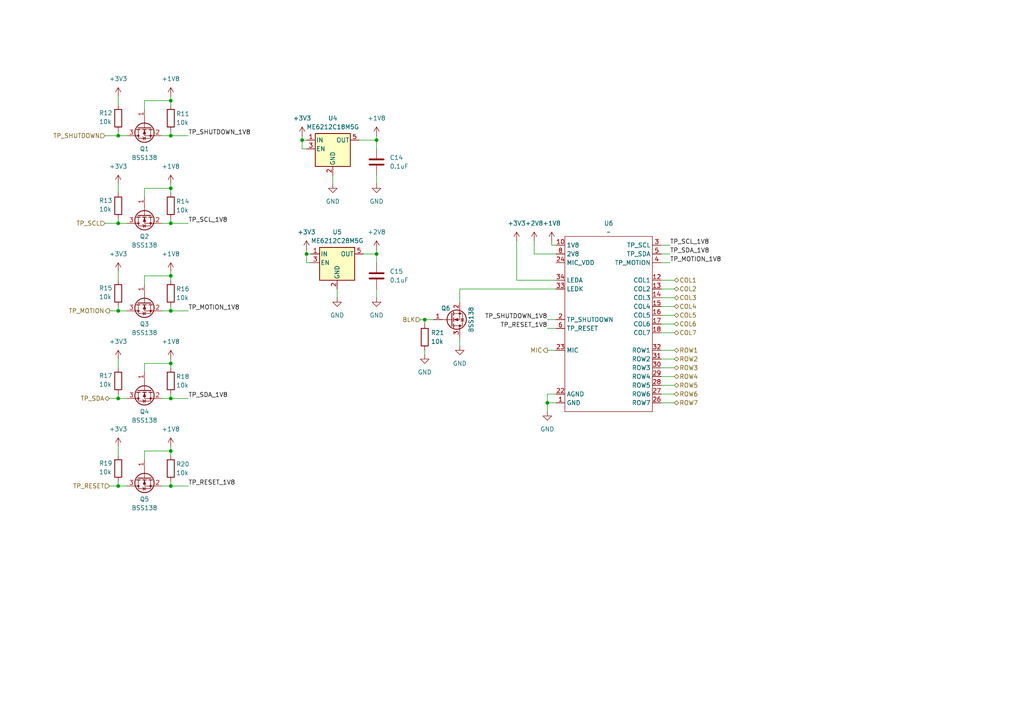
<source format=kicad_sch>
(kicad_sch (version 20231120) (generator "eeschema") (generator_version "8.0")
  (paper "A4")
  (lib_symbols
    (symbol "Device:C" (pin_numbers hide) (pin_names (offset 0.254))
      (property "Reference" "C" (at 0.635 2.54 0))
      (property "Value" "C" (at 0.635 -2.54 0))
      (symbol "C_0_1"
        (polyline (pts (xy -2.032 -0.762) (xy 2.032 -0.762)) (stroke (width 0.508)))
        (polyline (pts (xy -2.032 0.762) (xy 2.032 0.762)) (stroke (width 0.508)))
      )
      (symbol "C_1_1"
        (pin passive line (at 0 3.81 270) (length 2.794) (name "~") (number "1"))
        (pin passive line (at 0 -3.81 90) (length 2.794) (name "~") (number "2"))
      )
    )
    (symbol "Device:R" (pin_numbers hide) (pin_names (offset 0))
      (property "Reference" "R" (at 2.032 0 90))
      (property "Value" "R" (at 0 0 90))
      (symbol "R_0_1"
        (rectangle (start -1.016 -2.54) (end 1.016 2.54) (stroke (width 0.254)))
      )
      (symbol "R_1_1"
        (pin passive line (at 0 3.81 270) (length 1.27) (name "~") (number "1"))
        (pin passive line (at 0 -3.81 90) (length 1.27) (name "~") (number "2"))
      )
    )
    (symbol "New_Library:my_BBQ20KBD"
      (property "Reference" "U" (at 0 1.778 0))
      (symbol "my_BBQ20KBD_0_1"
        (rectangle (start -12.7 0) (end 12.7 -50.8))
      )
      (symbol "my_BBQ20KBD_1_1"
        (pin power_in line (at -15.24 -48.26 0) (length 2.54) (name "GND") (number "1"))
        (pin power_in line (at -15.24 -2.54 0) (length 2.54) (name "1V8") (number "10"))
        (pin power_in line (at -15.24 -48.26 0) (length 2.54) hide (name "GND") (number "11"))
        (pin input line (at 15.24 -12.7 180) (length 2.54) (name "COL1") (number "12"))
        (pin input line (at 15.24 -15.24 180) (length 2.54) (name "COL2") (number "13"))
        (pin input line (at 15.24 -17.78 180) (length 2.54) (name "COL3") (number "14"))
        (pin input line (at 15.24 -20.32 180) (length 2.54) (name "COL4") (number "15"))
        (pin input line (at 15.24 -22.86 180) (length 2.54) (name "COL5") (number "16"))
        (pin input line (at 15.24 -25.4 180) (length 2.54) (name "COL6") (number "17"))
        (pin input line (at 15.24 -27.94 180) (length 2.54) (name "COL7") (number "18"))
        (pin power_in line (at -15.24 -48.26 0) (length 2.54) hide (name "GND") (number "19"))
        (pin input line (at -15.24 -24.13 0) (length 2.54) (name "TP_SHUTDOWN") (number "2"))
        (pin power_in line (at -15.24 -48.26 0) (length 2.54) hide (name "GND") (number "20"))
        (pin power_in line (at -15.24 -48.26 0) (length 2.54) hide (name "GND") (number "21"))
        (pin power_in line (at -15.24 -45.72 0) (length 2.54) (name "AGND") (number "22"))
        (pin output line (at -15.24 -33.02 0) (length 2.54) (name "MIC") (number "23"))
        (pin input line (at -15.24 -7.62 0) (length 2.54) (name "MIC_VDD") (number "24"))
        (pin passive line (at -15.24 -48.26 0) (length 2.54) hide (name "GND") (number "25"))
        (pin input line (at 15.24 -48.26 180) (length 2.54) (name "ROW7") (number "26"))
        (pin input line (at 15.24 -45.72 180) (length 2.54) (name "ROW6") (number "27"))
        (pin input line (at 15.24 -43.18 180) (length 2.54) (name "ROW5") (number "28"))
        (pin input line (at 15.24 -40.64 180) (length 2.54) (name "ROW4") (number "29"))
        (pin input line (at 15.24 -2.54 180) (length 2.54) (name "TP_SCL") (number "3"))
        (pin input line (at 15.24 -38.1 180) (length 2.54) (name "ROW3") (number "30"))
        (pin input line (at 15.24 -35.56 180) (length 2.54) (name "ROW2") (number "31"))
        (pin input line (at 15.24 -33.02 180) (length 2.54) (name "ROW1") (number "32"))
        (pin input line (at -15.24 -15.24 0) (length 2.54) (name "LEDK") (number "33"))
        (pin power_in line (at -15.24 -12.7 0) (length 2.54) (name "LEDA") (number "34"))
        (pin passive line (at -15.24 -15.24 0) (length 2.54) hide (name "LEDK") (number "35"))
        (pin passive line (at -15.24 -12.7 0) (length 2.54) hide (name "LEDA") (number "36"))
        (pin passive line (at -15.24 -15.24 0) (length 2.54) hide (name "LEDK") (number "37"))
        (pin output line (at 15.24 -7.62 180) (length 2.54) (name "TP_MOTION") (number "4"))
        (pin passive line (at -15.24 -48.26 0) (length 2.54) hide (name "GND") (number "40"))
        (pin bidirectional line (at 15.24 -5.08 180) (length 2.54) (name "TP_SDA") (number "5"))
        (pin input line (at -15.24 -26.67 0) (length 2.54) (name "TP_RESET") (number "6"))
        (pin passive line (at -15.24 -48.26 0) (length 2.54) hide (name "GND") (number "7"))
        (pin power_in line (at -15.24 -5.08 0) (length 2.54) (name "2V8") (number "8"))
        (pin power_in line (at -15.24 -48.26 0) (length 2.54) hide (name "GND") (number "9"))
      )
    )
    (symbol "Regulator_Linear:TLV71209_SOT23-5" (pin_names (offset 0.254))
      (property "Reference" "U" (at -3.81 5.715 0))
      (property "Value" "TLV71209_SOT23-5" (at 0 5.715 0))
      (symbol "TLV71209_SOT23-5_0_1"
        (rectangle (start -5.08 4.445) (end 5.08 -5.08) (stroke (width 0.254)) (fill (type background)))
      )
      (symbol "TLV71209_SOT23-5_1_1"
        (pin power_in line (at -7.62 2.54 0) (length 2.54) (name "IN") (number "1"))
        (pin power_in line (at 0 -7.62 90) (length 2.54) (name "GND") (number "2"))
        (pin input line (at -7.62 0 0) (length 2.54) (name "EN") (number "3"))
        (pin no_connect line (at 5.08 0 180) (length 2.54) hide (name "NC") (number "4"))
        (pin power_out line (at 7.62 2.54 180) (length 2.54) (name "OUT") (number "5"))
      )
    )
    (symbol "Transistor_FET:BSS138" (pin_names hide)
      (property "Reference" "Q" (at 5.08 1.905 0))
      (property "Value" "BSS138" (at 5.08 0 0))
      (symbol "BSS138_0_1"
        (polyline (pts (xy 0.254 0) (xy -2.54 0)))
        (polyline (pts (xy 0.254 1.905) (xy 0.254 -1.905)) (stroke (width 0.254)))
        (polyline (pts (xy 0.762 -1.27) (xy 0.762 -2.286)) (stroke (width 0.254)))
        (polyline (pts (xy 0.762 0.508) (xy 0.762 -0.508)) (stroke (width 0.254)))
        (polyline (pts (xy 0.762 2.286) (xy 0.762 1.27)) (stroke (width 0.254)))
        (polyline (pts (xy 2.54 2.54) (xy 2.54 1.778)))
        (polyline (pts (xy 2.54 -2.54) (xy 2.54 0) (xy 0.762 0)))
        (polyline (pts (xy 0.762 -1.778) (xy 3.302 -1.778) (xy 3.302 1.778) (xy 0.762 1.778)))
        (polyline (pts (xy 1.016 0) (xy 2.032 0.381) (xy 2.032 -0.381) (xy 1.016 0)) (fill (type outline)))
        (polyline (pts (xy 2.794 0.508) (xy 2.921 0.381) (xy 3.683 0.381) (xy 3.81 0.254)))
        (polyline (pts (xy 3.302 0.381) (xy 2.921 -0.254) (xy 3.683 -0.254) (xy 3.302 0.381)))
        (circle (center 1.651 0) (radius 2.794) (stroke (width 0.254)))
        (circle (center 2.54 -1.778) (radius 0.254) (fill (type outline)))
        (circle (center 2.54 1.778) (radius 0.254) (fill (type outline)))
      )
      (symbol "BSS138_1_1"
        (pin input line (at -5.08 0 0) (length 2.54) (name "G") (number "1"))
        (pin passive line (at 2.54 -5.08 90) (length 2.54) (name "S") (number "2"))
        (pin passive line (at 2.54 5.08 270) (length 2.54) (name "D") (number "3"))
      )
    )
    (symbol "power:+1V8" (power) (pin_numbers hide) (pin_names (offset 0) hide)
      (property "Value" "+1V8" (at 0 3.556 0))
      (symbol "+1V8_0_1"
        (polyline (pts (xy -0.762 1.27) (xy 0 2.54)))
        (polyline (pts (xy 0 0) (xy 0 2.54)))
        (polyline (pts (xy 0 2.54) (xy 0.762 1.27)))
      )
      (symbol "+1V8_1_1"
        (pin power_in line (at 0 0 90) (length 0) (name "~") (number "1"))
      )
    )
    (symbol "power:+2V8" (power) (pin_numbers hide) (pin_names (offset 0) hide)
      (property "Value" "+2V8" (at 0 3.556 0))
      (symbol "+2V8_0_1"
        (polyline (pts (xy -0.762 1.27) (xy 0 2.54)))
        (polyline (pts (xy 0 0) (xy 0 2.54)))
        (polyline (pts (xy 0 2.54) (xy 0.762 1.27)))
      )
      (symbol "+2V8_1_1"
        (pin power_in line (at 0 0 90) (length 0) (name "~") (number "1"))
      )
    )
    (symbol "power:+3V3" (power) (pin_numbers hide) (pin_names (offset 0) hide)
      (property "Value" "+3V3" (at 0 3.556 0))
      (symbol "+3V3_0_1"
        (polyline (pts (xy -0.762 1.27) (xy 0 2.54)))
        (polyline (pts (xy 0 0) (xy 0 2.54)))
        (polyline (pts (xy 0 2.54) (xy 0.762 1.27)))
      )
      (symbol "+3V3_1_1"
        (pin power_in line (at 0 0 90) (length 0) (name "~") (number "1"))
      )
    )
    (symbol "power:GND" (power) (pin_numbers hide) (pin_names (offset 0) hide)
      (property "Value" "GND" (at 0 -3.81 0))
      (symbol "GND_0_1"
        (polyline (pts (xy 0 0) (xy 0 -1.27) (xy 1.27 -1.27) (xy 0 -2.54) (xy -1.27 -1.27) (xy 0 -1.27)))
      )
      (symbol "GND_1_1"
        (pin power_in line (at 0 0 270) (length 0) (name "~") (number "1"))
      )
    )
  )
  (junction (at 88.9 73.66))
  (junction (at 49.53 80.01))
  (junction (at 49.53 105.41))
  (junction (at 49.53 54.61))
  (junction (at 34.29 39.37))
  (junction (at 158.75 116.84))
  (junction (at 49.53 115.57))
  (junction (at 34.29 140.97))
  (junction (at 49.53 140.97))
  (junction (at 109.22 40.64))
  (junction (at 49.53 130.81))
  (junction (at 49.53 64.77))
  (junction (at 49.53 39.37))
  (junction (at 34.29 115.57))
  (junction (at 87.63 40.64))
  (junction (at 123.19 92.71))
  (junction (at 34.29 64.77))
  (junction (at 34.29 90.17))
  (junction (at 49.53 90.17))
  (junction (at 109.22 73.66))
  (junction (at 49.53 29.21))
  (wire (pts (xy 191.77 114.3) (xy 195.58 114.3)))
  (wire (pts (xy 109.22 72.39) (xy 109.22 73.66)))
  (wire (pts (xy 191.77 71.12) (xy 194.31 71.12)))
  (wire (pts (xy 88.9 73.66) (xy 90.17 73.66)))
  (wire (pts (xy 34.29 63.5) (xy 34.29 64.77)))
  (wire (pts (xy 161.29 114.3) (xy 158.75 114.3)))
  (wire (pts (xy 34.29 39.37) (xy 36.83 39.37)))
  (wire (pts (xy 49.53 90.17) (xy 49.53 88.9)))
  (wire (pts (xy 158.75 101.6) (xy 161.29 101.6)))
  (wire (pts (xy 34.29 104.14) (xy 34.29 106.68)))
  (wire (pts (xy 49.53 39.37) (xy 49.53 38.1)))
  (wire (pts (xy 46.99 115.57) (xy 49.53 115.57)))
  (wire (pts (xy 158.75 95.25) (xy 161.29 95.25)))
  (wire (pts (xy 49.53 39.37) (xy 54.61 39.37)))
  (wire (pts (xy 133.35 97.79) (xy 133.35 100.33)))
  (wire (pts (xy 41.91 130.81) (xy 49.53 130.81)))
  (wire (pts (xy 109.22 39.37) (xy 109.22 40.64)))
  (wire (pts (xy 49.53 90.17) (xy 54.61 90.17)))
  (wire (pts (xy 49.53 53.34) (xy 49.53 54.61)))
  (wire (pts (xy 34.29 53.34) (xy 34.29 55.88)))
  (wire (pts (xy 158.75 116.84) (xy 161.29 116.84)))
  (wire (pts (xy 149.86 81.28) (xy 149.86 69.85)))
  (wire (pts (xy 90.17 76.2) (xy 88.9 76.2)))
  (wire (pts (xy 41.91 133.35) (xy 41.91 130.81)))
  (wire (pts (xy 49.53 140.97) (xy 49.53 139.7)))
  (wire (pts (xy 49.53 115.57) (xy 49.53 114.3)))
  (wire (pts (xy 191.77 104.14) (xy 195.58 104.14)))
  (wire (pts (xy 41.91 107.95) (xy 41.91 105.41)))
  (wire (pts (xy 161.29 73.66) (xy 154.94 73.66)))
  (wire (pts (xy 34.29 115.57) (xy 36.83 115.57)))
  (wire (pts (xy 88.9 43.18) (xy 87.63 43.18)))
  (wire (pts (xy 34.29 64.77) (xy 36.83 64.77)))
  (wire (pts (xy 49.53 54.61) (xy 49.53 55.88)))
  (wire (pts (xy 49.53 130.81) (xy 49.53 132.08)))
  (wire (pts (xy 31.75 90.17) (xy 34.29 90.17)))
  (wire (pts (xy 49.53 64.77) (xy 49.53 63.5)))
  (wire (pts (xy 191.77 83.82) (xy 195.58 83.82)))
  (wire (pts (xy 49.53 104.14) (xy 49.53 105.41)))
  (wire (pts (xy 123.19 101.6) (xy 123.19 102.87)))
  (wire (pts (xy 41.91 57.15) (xy 41.91 54.61)))
  (wire (pts (xy 46.99 90.17) (xy 49.53 90.17)))
  (wire (pts (xy 34.29 140.97) (xy 36.83 140.97)))
  (wire (pts (xy 34.29 78.74) (xy 34.29 81.28)))
  (wire (pts (xy 191.77 116.84) (xy 195.58 116.84)))
  (wire (pts (xy 160.02 71.12) (xy 160.02 69.85)))
  (wire (pts (xy 158.75 116.84) (xy 158.75 119.38)))
  (wire (pts (xy 49.53 80.01) (xy 49.53 81.28)))
  (wire (pts (xy 97.79 83.82) (xy 97.79 86.36)))
  (wire (pts (xy 158.75 92.71) (xy 161.29 92.71)))
  (wire (pts (xy 191.77 111.76) (xy 195.58 111.76)))
  (wire (pts (xy 88.9 72.39) (xy 88.9 73.66)))
  (wire (pts (xy 158.75 114.3) (xy 158.75 116.84)))
  (wire (pts (xy 34.29 27.94) (xy 34.29 30.48)))
  (wire (pts (xy 109.22 83.82) (xy 109.22 86.36)))
  (wire (pts (xy 41.91 54.61) (xy 49.53 54.61)))
  (wire (pts (xy 34.29 88.9) (xy 34.29 90.17)))
  (wire (pts (xy 109.22 50.8) (xy 109.22 53.34)))
  (wire (pts (xy 30.48 39.37) (xy 34.29 39.37)))
  (wire (pts (xy 34.29 114.3) (xy 34.29 115.57)))
  (wire (pts (xy 191.77 73.66) (xy 194.31 73.66)))
  (wire (pts (xy 191.77 91.44) (xy 195.58 91.44)))
  (wire (pts (xy 41.91 105.41) (xy 49.53 105.41)))
  (wire (pts (xy 46.99 39.37) (xy 49.53 39.37)))
  (wire (pts (xy 49.53 140.97) (xy 54.61 140.97)))
  (wire (pts (xy 87.63 39.37) (xy 87.63 40.64)))
  (wire (pts (xy 109.22 73.66) (xy 109.22 76.2)))
  (wire (pts (xy 49.53 78.74) (xy 49.53 80.01)))
  (wire (pts (xy 161.29 81.28) (xy 149.86 81.28)))
  (wire (pts (xy 191.77 88.9) (xy 195.58 88.9)))
  (wire (pts (xy 133.35 83.82) (xy 133.35 87.63)))
  (wire (pts (xy 96.52 50.8) (xy 96.52 53.34)))
  (wire (pts (xy 191.77 76.2) (xy 194.31 76.2)))
  (wire (pts (xy 121.92 92.71) (xy 123.19 92.71)))
  (wire (pts (xy 34.29 90.17) (xy 36.83 90.17)))
  (wire (pts (xy 191.77 109.22) (xy 195.58 109.22)))
  (wire (pts (xy 191.77 81.28) (xy 195.58 81.28)))
  (wire (pts (xy 123.19 92.71) (xy 123.19 93.98)))
  (wire (pts (xy 30.48 64.77) (xy 34.29 64.77)))
  (wire (pts (xy 31.75 140.97) (xy 34.29 140.97)))
  (wire (pts (xy 161.29 71.12) (xy 160.02 71.12)))
  (wire (pts (xy 104.14 40.64) (xy 109.22 40.64)))
  (wire (pts (xy 49.53 29.21) (xy 49.53 30.48)))
  (wire (pts (xy 46.99 140.97) (xy 49.53 140.97)))
  (wire (pts (xy 49.53 105.41) (xy 49.53 106.68)))
  (wire (pts (xy 154.94 69.85) (xy 154.94 73.66)))
  (wire (pts (xy 34.29 38.1) (xy 34.29 39.37)))
  (wire (pts (xy 105.41 73.66) (xy 109.22 73.66)))
  (wire (pts (xy 41.91 82.55) (xy 41.91 80.01)))
  (wire (pts (xy 31.75 115.57) (xy 34.29 115.57)))
  (wire (pts (xy 49.53 27.94) (xy 49.53 29.21)))
  (wire (pts (xy 88.9 76.2) (xy 88.9 73.66)))
  (wire (pts (xy 41.91 29.21) (xy 49.53 29.21)))
  (wire (pts (xy 191.77 86.36) (xy 195.58 86.36)))
  (wire (pts (xy 191.77 101.6) (xy 195.58 101.6)))
  (wire (pts (xy 87.63 43.18) (xy 87.63 40.64)))
  (wire (pts (xy 49.53 64.77) (xy 54.61 64.77)))
  (wire (pts (xy 161.29 83.82) (xy 133.35 83.82)))
  (wire (pts (xy 41.91 31.75) (xy 41.91 29.21)))
  (wire (pts (xy 191.77 106.68) (xy 195.58 106.68)))
  (wire (pts (xy 34.29 129.54) (xy 34.29 132.08)))
  (wire (pts (xy 109.22 40.64) (xy 109.22 43.18)))
  (wire (pts (xy 49.53 129.54) (xy 49.53 130.81)))
  (wire (pts (xy 87.63 40.64) (xy 88.9 40.64)))
  (wire (pts (xy 34.29 139.7) (xy 34.29 140.97)))
  (wire (pts (xy 125.73 92.71) (xy 123.19 92.71)))
  (wire (pts (xy 49.53 115.57) (xy 54.61 115.57)))
  (wire (pts (xy 191.77 93.98) (xy 195.58 93.98)))
  (wire (pts (xy 41.91 80.01) (xy 49.53 80.01)))
  (wire (pts (xy 191.77 96.52) (xy 195.58 96.52)))
  (wire (pts (xy 46.99 64.77) (xy 49.53 64.77)))
  (label "TP_SCL_1V8" (at 54.61 64.77 0))
  (label "TP_SDA_1V8" (at 194.31 73.66 0))
  (label "TP_SDA_1V8" (at 54.61 115.57 0))
  (label "TP_MOTION_1V8" (at 54.61 90.17 0))
  (label "TP_RESET_1V8" (at 158.75 95.25 180))
  (label "TP_RESET_1V8" (at 54.61 140.97 0))
  (label "TP_SHUTDOWN_1V8" (at 158.75 92.71 180))
  (label "TP_SHUTDOWN_1V8" (at 54.61 39.37 0))
  (label "TP_MOTION_1V8" (at 194.31 76.2 0))
  (label "TP_SCL_1V8" (at 194.31 71.12 0))
  (hierarchical_label "BLK" (shape input) (at 121.92 92.71 180))
  (hierarchical_label "ROW3" (shape bidirectional) (at 195.58 106.68 0))
  (hierarchical_label "MIC" (shape output) (at 158.75 101.6 180))
  (hierarchical_label "ROW1" (shape bidirectional) (at 195.58 101.6 0))
  (hierarchical_label "TP_SDA" (shape bidirectional) (at 31.75 115.57 180))
  (hierarchical_label "COL4" (shape bidirectional) (at 195.58 88.9 0))
  (hierarchical_label "COL1" (shape bidirectional) (at 195.58 81.28 0))
  (hierarchical_label "ROW4" (shape bidirectional) (at 195.58 109.22 0))
  (hierarchical_label "COL2" (shape bidirectional) (at 195.58 83.82 0))
  (hierarchical_label "ROW7" (shape bidirectional) (at 195.58 116.84 0))
  (hierarchical_label "TP_RESET" (shape input) (at 31.75 140.97 180))
  (hierarchical_label "TP_MOTION" (shape output) (at 31.75 90.17 180))
  (hierarchical_label "COL3" (shape bidirectional) (at 195.58 86.36 0))
  (hierarchical_label "ROW2" (shape bidirectional) (at 195.58 104.14 0))
  (hierarchical_label "COL7" (shape bidirectional) (at 195.58 96.52 0))
  (hierarchical_label "TP_SHUTDOWN" (shape input) (at 30.48 39.37 180))
  (hierarchical_label "ROW5" (shape bidirectional) (at 195.58 111.76 0))
  (hierarchical_label "ROW6" (shape bidirectional) (at 195.58 114.3 0))
  (hierarchical_label "COL6" (shape bidirectional) (at 195.58 93.98 0))
  (hierarchical_label "COL5" (shape bidirectional) (at 195.58 91.44 0))
  (hierarchical_label "TP_SCL" (shape input) (at 30.48 64.77 180))
  (symbol (lib_id "power:GND") (at 97.79 86.36 0) (unit 1)
    (property "Reference" "#PWR036" (effects (hide yes)))
    (property "Value" "GND" (at 97.79 91.44 0))
    (property "Description" "Power symbol creates a global label with name \"GND\" , ground" (effects (hide yes)))
  )
  (symbol (lib_id "Device:R") (at 34.29 34.29 0) (unit 1)
    (property "Reference" "R12" (at 28.702 32.766 0) (effects (justify left)))
    (property "Value" "10k" (at 28.702 35.306 0) (effects (justify left)))
    (property "Description" "Resistor" (effects (hide yes)))
  )
  (symbol (lib_id "power:+1V8") (at 49.53 53.34 0) (unit 1)
    (property "Reference" "#PWR026" (effects (hide yes)))
    (property "Value" "+1V8" (at 49.53 48.26 0))
    (property "Description" "Power symbol creates a global label with name \"+1V8\"" (effects (hide yes)))
  )
  (symbol (lib_id "power:GND") (at 109.22 53.34 0) (unit 1)
    (property "Reference" "#PWR037" (effects (hide yes)))
    (property "Value" "GND" (at 109.22 58.42 0))
    (property "Description" "Power symbol creates a global label with name \"GND\" , ground" (effects (hide yes)))
  )
  (symbol (lib_id "power:+1V8") (at 49.53 78.74 0) (unit 1)
    (property "Reference" "#PWR028" (effects (hide yes)))
    (property "Value" "+1V8" (at 49.53 73.66 0))
    (property "Description" "Power symbol creates a global label with name \"+1V8\"" (effects (hide yes)))
  )
  (symbol (lib_id "power:+3V3") (at 34.29 104.14 0) (unit 1)
    (property "Reference" "#PWR029" (effects (hide yes)))
    (property "Value" "+3V3" (at 34.29 99.06 0))
    (property "Description" "Power symbol creates a global label with name \"+3V3\"" (effects (hide yes)))
  )
  (symbol (lib_id "power:+2V8") (at 154.94 69.85 0) (unit 1)
    (property "Reference" "#PWR042" (effects (hide yes)))
    (property "Value" "+2V8" (at 154.94 64.77 0))
    (property "Description" "Power symbol creates a global label with name \"+2V8\"" (effects (hide yes)))
  )
  (symbol (lib_id "Transistor_FET:BSS138") (at 41.91 113.03 90) (mirror x) (unit 1)
    (property "Reference" "Q4" (at 41.91 119.38 90))
    (property "Value" "BSS138" (at 41.91 121.92 90))
    (property "Footprint" "Package_TO_SOT_SMD:SOT-23" (effects (hide yes)))
    (property "Datasheet" "https://www.onsemi.com/pub/Collateral/BSS138-D.PDF" (effects (hide yes)))
    (property "Description" "50V Vds, 0.22A Id, N-Channel MOSFET, SOT-23" (effects (hide yes)))
  )
  (symbol (lib_id "New_Library:my_BBQ20KBD") (at 176.53 68.58 0) (unit 1)
    (property "Reference" "U6" (at 176.53 64.77 0))
    (property "Value" "~" (at 176.53 67.31 0))
  )
  (symbol (lib_id "Device:R") (at 123.19 97.79 0) (unit 1)
    (property "Reference" "R21" (at 124.968 96.52 0) (effects (justify left)))
    (property "Value" "10k" (at 124.968 99.06 0) (effects (justify left)))
    (property "Description" "Resistor" (effects (hide yes)))
  )
  (symbol (lib_id "Transistor_FET:BSS138") (at 41.91 138.43 90) (mirror x) (unit 1)
    (property "Reference" "Q5" (at 41.91 144.78 90))
    (property "Value" "BSS138" (at 41.91 147.32 90))
    (property "Footprint" "Package_TO_SOT_SMD:SOT-23" (effects (hide yes)))
    (property "Datasheet" "https://www.onsemi.com/pub/Collateral/BSS138-D.PDF" (effects (hide yes)))
    (property "Description" "50V Vds, 0.22A Id, N-Channel MOSFET, SOT-23" (effects (hide yes)))
  )
  (symbol (lib_id "Device:R") (at 49.53 135.89 0) (unit 1)
    (property "Reference" "R20" (at 51.054 134.62 0) (effects (justify left)))
    (property "Value" "10k" (at 51.054 137.16 0) (effects (justify left)))
    (property "Description" "Resistor" (effects (hide yes)))
  )
  (symbol (lib_id "power:+3V3") (at 34.29 53.34 0) (unit 1)
    (property "Reference" "#PWR025" (effects (hide yes)))
    (property "Value" "+3V3" (at 34.29 48.26 0))
    (property "Description" "Power symbol creates a global label with name \"+3V3\"" (effects (hide yes)))
  )
  (symbol (lib_id "power:+1V8") (at 49.53 27.94 0) (unit 1)
    (property "Reference" "#PWR024" (effects (hide yes)))
    (property "Value" "+1V8" (at 49.53 22.86 0))
    (property "Description" "Power symbol creates a global label with name \"+1V8\"" (effects (hide yes)))
  )
  (symbol (lib_id "Transistor_FET:BSS138") (at 41.91 36.83 90) (mirror x) (unit 1)
    (property "Reference" "Q1" (at 41.91 43.18 90))
    (property "Value" "BSS138" (at 41.91 45.72 90))
    (property "Footprint" "Package_TO_SOT_SMD:SOT-23" (effects (hide yes)))
    (property "Datasheet" "https://www.onsemi.com/pub/Collateral/BSS138-D.PDF" (effects (hide yes)))
    (property "Description" "50V Vds, 0.22A Id, N-Channel MOSFET, SOT-23" (effects (hide yes)))
  )
  (symbol (lib_id "Device:R") (at 34.29 135.89 0) (unit 1)
    (property "Reference" "R19" (at 28.702 134.366 0) (effects (justify left)))
    (property "Value" "10k" (at 28.702 136.906 0) (effects (justify left)))
    (property "Description" "Resistor" (effects (hide yes)))
  )
  (symbol (lib_id "Transistor_FET:BSS138") (at 130.81 92.71 0) (mirror x) (unit 1)
    (property "Reference" "Q6" (at 129.286 89.408 0))
    (property "Value" "BSS138" (at 136.652 92.71 90))
    (property "Footprint" "Package_TO_SOT_SMD:SOT-23" (effects (hide yes)))
    (property "Datasheet" "https://www.onsemi.com/pub/Collateral/BSS138-D.PDF" (effects (hide yes)))
    (property "Description" "50V Vds, 0.22A Id, N-Channel MOSFET, SOT-23" (effects (hide yes)))
  )
  (symbol (lib_id "power:+1V8") (at 49.53 129.54 0) (unit 1)
    (property "Reference" "#PWR032" (effects (hide yes)))
    (property "Value" "+1V8" (at 49.53 124.46 0))
    (property "Description" "Power symbol creates a global label with name \"+1V8\"" (effects (hide yes)))
  )
  (symbol (lib_id "power:GND") (at 123.19 102.87 0) (unit 1)
    (property "Reference" "#PWR046" (effects (hide yes)))
    (property "Value" "GND" (at 123.19 107.95 0))
    (property "Description" "Power symbol creates a global label with name \"GND\" , ground" (effects (hide yes)))
  )
  (symbol (lib_id "power:+3V3") (at 87.63 39.37 0) (unit 1)
    (property "Reference" "#PWR033" (effects (hide yes)))
    (property "Value" "+3V3" (at 87.63 34.29 0))
    (property "Description" "Power symbol creates a global label with name \"+3V3\"" (effects (hide yes)))
  )
  (symbol (lib_id "Device:R") (at 34.29 85.09 0) (unit 1)
    (property "Reference" "R15" (at 28.702 83.566 0) (effects (justify left)))
    (property "Value" "10k" (at 28.702 86.106 0) (effects (justify left)))
    (property "Description" "Resistor" (effects (hide yes)))
  )
  (symbol (lib_id "Device:R") (at 34.29 110.49 0) (unit 1)
    (property "Reference" "R17" (at 28.702 108.966 0) (effects (justify left)))
    (property "Value" "10k" (at 28.702 111.506 0) (effects (justify left)))
    (property "Description" "Resistor" (effects (hide yes)))
  )
  (symbol (lib_id "Device:R") (at 49.53 59.69 0) (unit 1)
    (property "Reference" "R14" (at 51.054 58.42 0) (effects (justify left)))
    (property "Value" "10k" (at 51.054 60.96 0) (effects (justify left)))
    (property "Description" "Resistor" (effects (hide yes)))
  )
  (symbol (lib_id "power:GND") (at 109.22 86.36 0) (unit 1)
    (property "Reference" "#PWR038" (effects (hide yes)))
    (property "Value" "GND" (at 109.22 91.44 0))
    (property "Description" "Power symbol creates a global label with name \"GND\" , ground" (effects (hide yes)))
  )
  (symbol (lib_id "power:GND") (at 133.35 100.33 0) (unit 1)
    (property "Reference" "#PWR045" (effects (hide yes)))
    (property "Value" "GND" (at 133.35 105.41 0))
    (property "Description" "Power symbol creates a global label with name \"GND\" , ground" (effects (hide yes)))
  )
  (symbol (lib_id "power:+1V8") (at 109.22 39.37 0) (unit 1)
    (property "Reference" "#PWR039" (effects (hide yes)))
    (property "Value" "+1V8" (at 109.22 34.29 0))
    (property "Description" "Power symbol creates a global label with name \"+1V8\"" (effects (hide yes)))
  )
  (symbol (lib_id "Device:R") (at 49.53 34.29 0) (unit 1)
    (property "Reference" "R11" (at 51.054 33.02 0) (effects (justify left)))
    (property "Value" "10k" (at 51.054 35.56 0) (effects (justify left)))
    (property "Description" "Resistor" (effects (hide yes)))
  )
  (symbol (lib_id "power:+1V8") (at 160.02 69.85 0) (unit 1)
    (property "Reference" "#PWR041" (effects (hide yes)))
    (property "Value" "+1V8" (at 160.02 64.77 0))
    (property "Description" "Power symbol creates a global label with name \"+1V8\"" (effects (hide yes)))
  )
  (symbol (lib_id "power:+3V3") (at 34.29 129.54 0) (unit 1)
    (property "Reference" "#PWR031" (effects (hide yes)))
    (property "Value" "+3V3" (at 34.29 124.46 0))
    (property "Description" "Power symbol creates a global label with name \"+3V3\"" (effects (hide yes)))
  )
  (symbol (lib_id "Device:R") (at 49.53 110.49 0) (unit 1)
    (property "Reference" "R18" (at 51.054 109.22 0) (effects (justify left)))
    (property "Value" "10k" (at 51.054 111.76 0) (effects (justify left)))
    (property "Description" "Resistor" (effects (hide yes)))
  )
  (symbol (lib_id "power:+1V8") (at 49.53 104.14 0) (unit 1)
    (property "Reference" "#PWR030" (effects (hide yes)))
    (property "Value" "+1V8" (at 49.53 99.06 0))
    (property "Description" "Power symbol creates a global label with name \"+1V8\"" (effects (hide yes)))
  )
  (symbol (lib_id "Device:C") (at 109.22 46.99 0) (unit 1)
    (property "Reference" "C14" (at 113.03 45.7199 0) (effects (justify left)))
    (property "Value" "0.1uF" (at 113.03 48.2599 0) (effects (justify left)))
    (property "Description" "Unpolarized capacitor" (effects (hide yes)))
  )
  (symbol (lib_id "Regulator_Linear:TLV71209_SOT23-5") (at 97.79 76.2 0) (unit 1)
    (property "Reference" "U5" (at 97.79 67.31 0))
    (property "Value" "ME6212C28M5G" (at 97.79 69.85 0))
    (property "Footprint" "Package_TO_SOT_SMD:SOT-23-5" (effects (hide yes)))
    (property "Datasheet" "http://www.ti.com/lit/ds/symlink/tlv712.pdf" (effects (hide yes)))
    (property "Description" "300mA Low Dropout Voltage Regulator, Fixed Output 0.9V, SOT-23-5" (effects (hide yes)))
  )
  (symbol (lib_id "power:+3V3") (at 34.29 27.94 0) (unit 1)
    (property "Reference" "#PWR023" (effects (hide yes)))
    (property "Value" "+3V3" (at 34.29 22.86 0))
    (property "Description" "Power symbol creates a global label with name \"+3V3\"" (effects (hide yes)))
  )
  (symbol (lib_id "Device:R") (at 49.53 85.09 0) (unit 1)
    (property "Reference" "R16" (at 51.054 83.82 0) (effects (justify left)))
    (property "Value" "10k" (at 51.054 86.36 0) (effects (justify left)))
    (property "Description" "Resistor" (effects (hide yes)))
  )
  (symbol (lib_id "power:+2V8") (at 109.22 72.39 0) (unit 1)
    (property "Reference" "#PWR040" (effects (hide yes)))
    (property "Value" "+2V8" (at 109.22 67.31 0))
    (property "Description" "Power symbol creates a global label with name \"+2V8\"" (effects (hide yes)))
  )
  (symbol (lib_id "Transistor_FET:BSS138") (at 41.91 87.63 90) (mirror x) (unit 1)
    (property "Reference" "Q3" (at 41.91 93.98 90))
    (property "Value" "BSS138" (at 41.91 96.52 90))
    (property "Footprint" "Package_TO_SOT_SMD:SOT-23" (effects (hide yes)))
    (property "Datasheet" "https://www.onsemi.com/pub/Collateral/BSS138-D.PDF" (effects (hide yes)))
    (property "Description" "50V Vds, 0.22A Id, N-Channel MOSFET, SOT-23" (effects (hide yes)))
  )
  (symbol (lib_id "Device:R") (at 34.29 59.69 0) (unit 1)
    (property "Reference" "R13" (at 28.702 58.166 0) (effects (justify left)))
    (property "Value" "10k" (at 28.702 60.706 0) (effects (justify left)))
    (property "Description" "Resistor" (effects (hide yes)))
  )
  (symbol (lib_id "power:GND") (at 158.75 119.38 0) (unit 1)
    (property "Reference" "#PWR044" (effects (hide yes)))
    (property "Value" "GND" (at 158.75 124.46 0))
    (property "Description" "Power symbol creates a global label with name \"GND\" , ground" (effects (hide yes)))
  )
  (symbol (lib_id "power:+3V3") (at 149.86 69.85 0) (unit 1)
    (property "Reference" "#PWR043" (effects (hide yes)))
    (property "Value" "+3V3" (at 149.86 64.77 0))
    (property "Description" "Power symbol creates a global label with name \"+3V3\"" (effects (hide yes)))
  )
  (symbol (lib_id "power:GND") (at 96.52 53.34 0) (unit 1)
    (property "Reference" "#PWR035" (effects (hide yes)))
    (property "Value" "GND" (at 96.52 58.42 0))
    (property "Description" "Power symbol creates a global label with name \"GND\" , ground" (effects (hide yes)))
  )
  (symbol (lib_id "power:+3V3") (at 34.29 78.74 0) (unit 1)
    (property "Reference" "#PWR027" (effects (hide yes)))
    (property "Value" "+3V3" (at 34.29 73.66 0))
    (property "Description" "Power symbol creates a global label with name \"+3V3\"" (effects (hide yes)))
  )
  (symbol (lib_id "Regulator_Linear:TLV71209_SOT23-5") (at 96.52 43.18 0) (unit 1)
    (property "Reference" "U4" (at 96.52 34.29 0))
    (property "Value" "ME6212C18M5G" (at 96.52 36.83 0))
    (property "Footprint" "Package_TO_SOT_SMD:SOT-23-5" (effects (hide yes)))
    (property "Datasheet" "http://www.ti.com/lit/ds/symlink/tlv712.pdf" (effects (hide yes)))
    (property "Description" "300mA Low Dropout Voltage Regulator, Fixed Output 0.9V, SOT-23-5" (effects (hide yes)))
  )
  (symbol (lib_id "Device:C") (at 109.22 80.01 0) (unit 1)
    (property "Reference" "C15" (at 113.03 78.7399 0) (effects (justify left)))
    (property "Value" "0.1uF" (at 113.03 81.2799 0) (effects (justify left)))
    (property "Description" "Unpolarized capacitor" (effects (hide yes)))
  )
  (symbol (lib_id "power:+3V3") (at 88.9 72.39 0) (unit 1)
    (property "Reference" "#PWR034" (effects (hide yes)))
    (property "Value" "+3V3" (at 88.9 67.31 0))
    (property "Description" "Power symbol creates a global label with name \"+3V3\"" (effects (hide yes)))
  )
  (symbol (lib_id "Transistor_FET:BSS138") (at 41.91 62.23 90) (mirror x) (unit 1)
    (property "Reference" "Q2" (at 41.91 68.58 90))
    (property "Value" "BSS138" (at 41.91 71.12 90))
    (property "Footprint" "Package_TO_SOT_SMD:SOT-23" (effects (hide yes)))
    (property "Datasheet" "https://www.onsemi.com/pub/Collateral/BSS138-D.PDF" (effects (hide yes)))
    (property "Description" "50V Vds, 0.22A Id, N-Channel MOSFET, SOT-23" (effects (hide yes)))
  )
)
</source>
